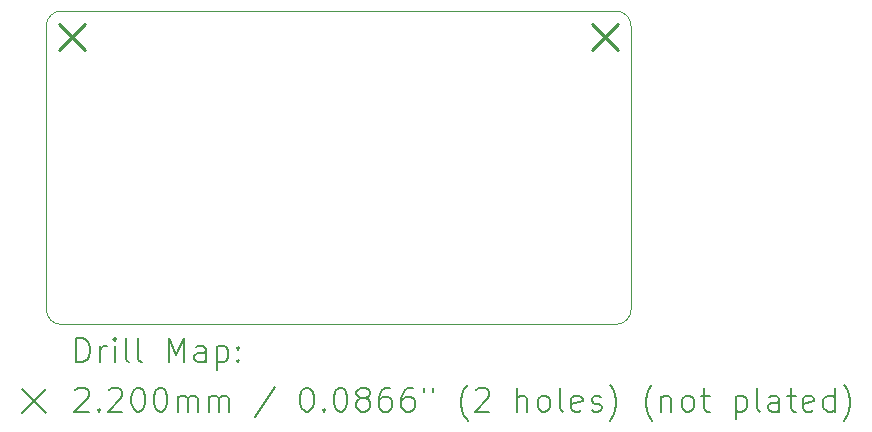
<source format=gbr>
%TF.GenerationSoftware,KiCad,Pcbnew,7.0.5*%
%TF.CreationDate,2024-08-04T18:57:08+08:00*%
%TF.ProjectId,TPS,5450532e-6b69-4636-9164-5f7063625858,rev?*%
%TF.SameCoordinates,Original*%
%TF.FileFunction,Drillmap*%
%TF.FilePolarity,Positive*%
%FSLAX45Y45*%
G04 Gerber Fmt 4.5, Leading zero omitted, Abs format (unit mm)*
G04 Created by KiCad (PCBNEW 7.0.5) date 2024-08-04 18:57:08*
%MOMM*%
%LPD*%
G01*
G04 APERTURE LIST*
%ADD10C,0.120000*%
%ADD11C,0.200000*%
%ADD12C,0.220000*%
G04 APERTURE END LIST*
D10*
X8670500Y-2900000D02*
X3973100Y-2900000D01*
X3846100Y-5426600D02*
G75*
G03*
X3973100Y-5553600I127000J0D01*
G01*
X3973100Y-2900000D02*
G75*
G03*
X3846100Y-3027000I0J-127000D01*
G01*
X8797500Y-5426600D02*
X8797500Y-3027000D01*
X8670500Y-5553600D02*
X3973100Y-5553600D01*
X3846100Y-3027000D02*
X3846100Y-5426600D01*
X8670500Y-5553600D02*
G75*
G03*
X8797500Y-5426600I0J127000D01*
G01*
X8797500Y-3027000D02*
G75*
G03*
X8670500Y-2900000I-127000J0D01*
G01*
D11*
D12*
X3956100Y-3010000D02*
X4176100Y-3230000D01*
X4176100Y-3010000D02*
X3956100Y-3230000D01*
X8467500Y-3010000D02*
X8687500Y-3230000D01*
X8687500Y-3010000D02*
X8467500Y-3230000D01*
D11*
X4100877Y-5871084D02*
X4100877Y-5671084D01*
X4100877Y-5671084D02*
X4148496Y-5671084D01*
X4148496Y-5671084D02*
X4177067Y-5680608D01*
X4177067Y-5680608D02*
X4196115Y-5699655D01*
X4196115Y-5699655D02*
X4205639Y-5718703D01*
X4205639Y-5718703D02*
X4215163Y-5756798D01*
X4215163Y-5756798D02*
X4215163Y-5785369D01*
X4215163Y-5785369D02*
X4205639Y-5823465D01*
X4205639Y-5823465D02*
X4196115Y-5842512D01*
X4196115Y-5842512D02*
X4177067Y-5861560D01*
X4177067Y-5861560D02*
X4148496Y-5871084D01*
X4148496Y-5871084D02*
X4100877Y-5871084D01*
X4300877Y-5871084D02*
X4300877Y-5737750D01*
X4300877Y-5775846D02*
X4310401Y-5756798D01*
X4310401Y-5756798D02*
X4319924Y-5747274D01*
X4319924Y-5747274D02*
X4338972Y-5737750D01*
X4338972Y-5737750D02*
X4358020Y-5737750D01*
X4424686Y-5871084D02*
X4424686Y-5737750D01*
X4424686Y-5671084D02*
X4415163Y-5680608D01*
X4415163Y-5680608D02*
X4424686Y-5690131D01*
X4424686Y-5690131D02*
X4434210Y-5680608D01*
X4434210Y-5680608D02*
X4424686Y-5671084D01*
X4424686Y-5671084D02*
X4424686Y-5690131D01*
X4548496Y-5871084D02*
X4529448Y-5861560D01*
X4529448Y-5861560D02*
X4519924Y-5842512D01*
X4519924Y-5842512D02*
X4519924Y-5671084D01*
X4653258Y-5871084D02*
X4634210Y-5861560D01*
X4634210Y-5861560D02*
X4624686Y-5842512D01*
X4624686Y-5842512D02*
X4624686Y-5671084D01*
X4881829Y-5871084D02*
X4881829Y-5671084D01*
X4881829Y-5671084D02*
X4948496Y-5813941D01*
X4948496Y-5813941D02*
X5015163Y-5671084D01*
X5015163Y-5671084D02*
X5015163Y-5871084D01*
X5196115Y-5871084D02*
X5196115Y-5766322D01*
X5196115Y-5766322D02*
X5186591Y-5747274D01*
X5186591Y-5747274D02*
X5167544Y-5737750D01*
X5167544Y-5737750D02*
X5129448Y-5737750D01*
X5129448Y-5737750D02*
X5110401Y-5747274D01*
X5196115Y-5861560D02*
X5177067Y-5871084D01*
X5177067Y-5871084D02*
X5129448Y-5871084D01*
X5129448Y-5871084D02*
X5110401Y-5861560D01*
X5110401Y-5861560D02*
X5100877Y-5842512D01*
X5100877Y-5842512D02*
X5100877Y-5823465D01*
X5100877Y-5823465D02*
X5110401Y-5804417D01*
X5110401Y-5804417D02*
X5129448Y-5794893D01*
X5129448Y-5794893D02*
X5177067Y-5794893D01*
X5177067Y-5794893D02*
X5196115Y-5785369D01*
X5291353Y-5737750D02*
X5291353Y-5937750D01*
X5291353Y-5747274D02*
X5310401Y-5737750D01*
X5310401Y-5737750D02*
X5348496Y-5737750D01*
X5348496Y-5737750D02*
X5367544Y-5747274D01*
X5367544Y-5747274D02*
X5377067Y-5756798D01*
X5377067Y-5756798D02*
X5386591Y-5775846D01*
X5386591Y-5775846D02*
X5386591Y-5832988D01*
X5386591Y-5832988D02*
X5377067Y-5852036D01*
X5377067Y-5852036D02*
X5367544Y-5861560D01*
X5367544Y-5861560D02*
X5348496Y-5871084D01*
X5348496Y-5871084D02*
X5310401Y-5871084D01*
X5310401Y-5871084D02*
X5291353Y-5861560D01*
X5472305Y-5852036D02*
X5481829Y-5861560D01*
X5481829Y-5861560D02*
X5472305Y-5871084D01*
X5472305Y-5871084D02*
X5462782Y-5861560D01*
X5462782Y-5861560D02*
X5472305Y-5852036D01*
X5472305Y-5852036D02*
X5472305Y-5871084D01*
X5472305Y-5747274D02*
X5481829Y-5756798D01*
X5481829Y-5756798D02*
X5472305Y-5766322D01*
X5472305Y-5766322D02*
X5462782Y-5756798D01*
X5462782Y-5756798D02*
X5472305Y-5747274D01*
X5472305Y-5747274D02*
X5472305Y-5766322D01*
X3640100Y-6099600D02*
X3840100Y-6299600D01*
X3840100Y-6099600D02*
X3640100Y-6299600D01*
X4091353Y-6110131D02*
X4100877Y-6100608D01*
X4100877Y-6100608D02*
X4119924Y-6091084D01*
X4119924Y-6091084D02*
X4167543Y-6091084D01*
X4167543Y-6091084D02*
X4186591Y-6100608D01*
X4186591Y-6100608D02*
X4196115Y-6110131D01*
X4196115Y-6110131D02*
X4205639Y-6129179D01*
X4205639Y-6129179D02*
X4205639Y-6148227D01*
X4205639Y-6148227D02*
X4196115Y-6176798D01*
X4196115Y-6176798D02*
X4081829Y-6291084D01*
X4081829Y-6291084D02*
X4205639Y-6291084D01*
X4291353Y-6272036D02*
X4300877Y-6281560D01*
X4300877Y-6281560D02*
X4291353Y-6291084D01*
X4291353Y-6291084D02*
X4281829Y-6281560D01*
X4281829Y-6281560D02*
X4291353Y-6272036D01*
X4291353Y-6272036D02*
X4291353Y-6291084D01*
X4377067Y-6110131D02*
X4386591Y-6100608D01*
X4386591Y-6100608D02*
X4405639Y-6091084D01*
X4405639Y-6091084D02*
X4453258Y-6091084D01*
X4453258Y-6091084D02*
X4472305Y-6100608D01*
X4472305Y-6100608D02*
X4481829Y-6110131D01*
X4481829Y-6110131D02*
X4491353Y-6129179D01*
X4491353Y-6129179D02*
X4491353Y-6148227D01*
X4491353Y-6148227D02*
X4481829Y-6176798D01*
X4481829Y-6176798D02*
X4367544Y-6291084D01*
X4367544Y-6291084D02*
X4491353Y-6291084D01*
X4615163Y-6091084D02*
X4634210Y-6091084D01*
X4634210Y-6091084D02*
X4653258Y-6100608D01*
X4653258Y-6100608D02*
X4662782Y-6110131D01*
X4662782Y-6110131D02*
X4672305Y-6129179D01*
X4672305Y-6129179D02*
X4681829Y-6167274D01*
X4681829Y-6167274D02*
X4681829Y-6214893D01*
X4681829Y-6214893D02*
X4672305Y-6252988D01*
X4672305Y-6252988D02*
X4662782Y-6272036D01*
X4662782Y-6272036D02*
X4653258Y-6281560D01*
X4653258Y-6281560D02*
X4634210Y-6291084D01*
X4634210Y-6291084D02*
X4615163Y-6291084D01*
X4615163Y-6291084D02*
X4596115Y-6281560D01*
X4596115Y-6281560D02*
X4586591Y-6272036D01*
X4586591Y-6272036D02*
X4577067Y-6252988D01*
X4577067Y-6252988D02*
X4567544Y-6214893D01*
X4567544Y-6214893D02*
X4567544Y-6167274D01*
X4567544Y-6167274D02*
X4577067Y-6129179D01*
X4577067Y-6129179D02*
X4586591Y-6110131D01*
X4586591Y-6110131D02*
X4596115Y-6100608D01*
X4596115Y-6100608D02*
X4615163Y-6091084D01*
X4805639Y-6091084D02*
X4824686Y-6091084D01*
X4824686Y-6091084D02*
X4843734Y-6100608D01*
X4843734Y-6100608D02*
X4853258Y-6110131D01*
X4853258Y-6110131D02*
X4862782Y-6129179D01*
X4862782Y-6129179D02*
X4872305Y-6167274D01*
X4872305Y-6167274D02*
X4872305Y-6214893D01*
X4872305Y-6214893D02*
X4862782Y-6252988D01*
X4862782Y-6252988D02*
X4853258Y-6272036D01*
X4853258Y-6272036D02*
X4843734Y-6281560D01*
X4843734Y-6281560D02*
X4824686Y-6291084D01*
X4824686Y-6291084D02*
X4805639Y-6291084D01*
X4805639Y-6291084D02*
X4786591Y-6281560D01*
X4786591Y-6281560D02*
X4777067Y-6272036D01*
X4777067Y-6272036D02*
X4767544Y-6252988D01*
X4767544Y-6252988D02*
X4758020Y-6214893D01*
X4758020Y-6214893D02*
X4758020Y-6167274D01*
X4758020Y-6167274D02*
X4767544Y-6129179D01*
X4767544Y-6129179D02*
X4777067Y-6110131D01*
X4777067Y-6110131D02*
X4786591Y-6100608D01*
X4786591Y-6100608D02*
X4805639Y-6091084D01*
X4958020Y-6291084D02*
X4958020Y-6157750D01*
X4958020Y-6176798D02*
X4967544Y-6167274D01*
X4967544Y-6167274D02*
X4986591Y-6157750D01*
X4986591Y-6157750D02*
X5015163Y-6157750D01*
X5015163Y-6157750D02*
X5034210Y-6167274D01*
X5034210Y-6167274D02*
X5043734Y-6186322D01*
X5043734Y-6186322D02*
X5043734Y-6291084D01*
X5043734Y-6186322D02*
X5053258Y-6167274D01*
X5053258Y-6167274D02*
X5072305Y-6157750D01*
X5072305Y-6157750D02*
X5100877Y-6157750D01*
X5100877Y-6157750D02*
X5119925Y-6167274D01*
X5119925Y-6167274D02*
X5129448Y-6186322D01*
X5129448Y-6186322D02*
X5129448Y-6291084D01*
X5224686Y-6291084D02*
X5224686Y-6157750D01*
X5224686Y-6176798D02*
X5234210Y-6167274D01*
X5234210Y-6167274D02*
X5253258Y-6157750D01*
X5253258Y-6157750D02*
X5281829Y-6157750D01*
X5281829Y-6157750D02*
X5300877Y-6167274D01*
X5300877Y-6167274D02*
X5310401Y-6186322D01*
X5310401Y-6186322D02*
X5310401Y-6291084D01*
X5310401Y-6186322D02*
X5319925Y-6167274D01*
X5319925Y-6167274D02*
X5338972Y-6157750D01*
X5338972Y-6157750D02*
X5367544Y-6157750D01*
X5367544Y-6157750D02*
X5386591Y-6167274D01*
X5386591Y-6167274D02*
X5396115Y-6186322D01*
X5396115Y-6186322D02*
X5396115Y-6291084D01*
X5786591Y-6081560D02*
X5615163Y-6338703D01*
X6043734Y-6091084D02*
X6062782Y-6091084D01*
X6062782Y-6091084D02*
X6081829Y-6100608D01*
X6081829Y-6100608D02*
X6091353Y-6110131D01*
X6091353Y-6110131D02*
X6100877Y-6129179D01*
X6100877Y-6129179D02*
X6110401Y-6167274D01*
X6110401Y-6167274D02*
X6110401Y-6214893D01*
X6110401Y-6214893D02*
X6100877Y-6252988D01*
X6100877Y-6252988D02*
X6091353Y-6272036D01*
X6091353Y-6272036D02*
X6081829Y-6281560D01*
X6081829Y-6281560D02*
X6062782Y-6291084D01*
X6062782Y-6291084D02*
X6043734Y-6291084D01*
X6043734Y-6291084D02*
X6024686Y-6281560D01*
X6024686Y-6281560D02*
X6015163Y-6272036D01*
X6015163Y-6272036D02*
X6005639Y-6252988D01*
X6005639Y-6252988D02*
X5996115Y-6214893D01*
X5996115Y-6214893D02*
X5996115Y-6167274D01*
X5996115Y-6167274D02*
X6005639Y-6129179D01*
X6005639Y-6129179D02*
X6015163Y-6110131D01*
X6015163Y-6110131D02*
X6024686Y-6100608D01*
X6024686Y-6100608D02*
X6043734Y-6091084D01*
X6196115Y-6272036D02*
X6205639Y-6281560D01*
X6205639Y-6281560D02*
X6196115Y-6291084D01*
X6196115Y-6291084D02*
X6186591Y-6281560D01*
X6186591Y-6281560D02*
X6196115Y-6272036D01*
X6196115Y-6272036D02*
X6196115Y-6291084D01*
X6329448Y-6091084D02*
X6348496Y-6091084D01*
X6348496Y-6091084D02*
X6367544Y-6100608D01*
X6367544Y-6100608D02*
X6377067Y-6110131D01*
X6377067Y-6110131D02*
X6386591Y-6129179D01*
X6386591Y-6129179D02*
X6396115Y-6167274D01*
X6396115Y-6167274D02*
X6396115Y-6214893D01*
X6396115Y-6214893D02*
X6386591Y-6252988D01*
X6386591Y-6252988D02*
X6377067Y-6272036D01*
X6377067Y-6272036D02*
X6367544Y-6281560D01*
X6367544Y-6281560D02*
X6348496Y-6291084D01*
X6348496Y-6291084D02*
X6329448Y-6291084D01*
X6329448Y-6291084D02*
X6310401Y-6281560D01*
X6310401Y-6281560D02*
X6300877Y-6272036D01*
X6300877Y-6272036D02*
X6291353Y-6252988D01*
X6291353Y-6252988D02*
X6281829Y-6214893D01*
X6281829Y-6214893D02*
X6281829Y-6167274D01*
X6281829Y-6167274D02*
X6291353Y-6129179D01*
X6291353Y-6129179D02*
X6300877Y-6110131D01*
X6300877Y-6110131D02*
X6310401Y-6100608D01*
X6310401Y-6100608D02*
X6329448Y-6091084D01*
X6510401Y-6176798D02*
X6491353Y-6167274D01*
X6491353Y-6167274D02*
X6481829Y-6157750D01*
X6481829Y-6157750D02*
X6472306Y-6138703D01*
X6472306Y-6138703D02*
X6472306Y-6129179D01*
X6472306Y-6129179D02*
X6481829Y-6110131D01*
X6481829Y-6110131D02*
X6491353Y-6100608D01*
X6491353Y-6100608D02*
X6510401Y-6091084D01*
X6510401Y-6091084D02*
X6548496Y-6091084D01*
X6548496Y-6091084D02*
X6567544Y-6100608D01*
X6567544Y-6100608D02*
X6577067Y-6110131D01*
X6577067Y-6110131D02*
X6586591Y-6129179D01*
X6586591Y-6129179D02*
X6586591Y-6138703D01*
X6586591Y-6138703D02*
X6577067Y-6157750D01*
X6577067Y-6157750D02*
X6567544Y-6167274D01*
X6567544Y-6167274D02*
X6548496Y-6176798D01*
X6548496Y-6176798D02*
X6510401Y-6176798D01*
X6510401Y-6176798D02*
X6491353Y-6186322D01*
X6491353Y-6186322D02*
X6481829Y-6195846D01*
X6481829Y-6195846D02*
X6472306Y-6214893D01*
X6472306Y-6214893D02*
X6472306Y-6252988D01*
X6472306Y-6252988D02*
X6481829Y-6272036D01*
X6481829Y-6272036D02*
X6491353Y-6281560D01*
X6491353Y-6281560D02*
X6510401Y-6291084D01*
X6510401Y-6291084D02*
X6548496Y-6291084D01*
X6548496Y-6291084D02*
X6567544Y-6281560D01*
X6567544Y-6281560D02*
X6577067Y-6272036D01*
X6577067Y-6272036D02*
X6586591Y-6252988D01*
X6586591Y-6252988D02*
X6586591Y-6214893D01*
X6586591Y-6214893D02*
X6577067Y-6195846D01*
X6577067Y-6195846D02*
X6567544Y-6186322D01*
X6567544Y-6186322D02*
X6548496Y-6176798D01*
X6758020Y-6091084D02*
X6719925Y-6091084D01*
X6719925Y-6091084D02*
X6700877Y-6100608D01*
X6700877Y-6100608D02*
X6691353Y-6110131D01*
X6691353Y-6110131D02*
X6672306Y-6138703D01*
X6672306Y-6138703D02*
X6662782Y-6176798D01*
X6662782Y-6176798D02*
X6662782Y-6252988D01*
X6662782Y-6252988D02*
X6672306Y-6272036D01*
X6672306Y-6272036D02*
X6681829Y-6281560D01*
X6681829Y-6281560D02*
X6700877Y-6291084D01*
X6700877Y-6291084D02*
X6738972Y-6291084D01*
X6738972Y-6291084D02*
X6758020Y-6281560D01*
X6758020Y-6281560D02*
X6767544Y-6272036D01*
X6767544Y-6272036D02*
X6777067Y-6252988D01*
X6777067Y-6252988D02*
X6777067Y-6205369D01*
X6777067Y-6205369D02*
X6767544Y-6186322D01*
X6767544Y-6186322D02*
X6758020Y-6176798D01*
X6758020Y-6176798D02*
X6738972Y-6167274D01*
X6738972Y-6167274D02*
X6700877Y-6167274D01*
X6700877Y-6167274D02*
X6681829Y-6176798D01*
X6681829Y-6176798D02*
X6672306Y-6186322D01*
X6672306Y-6186322D02*
X6662782Y-6205369D01*
X6948496Y-6091084D02*
X6910401Y-6091084D01*
X6910401Y-6091084D02*
X6891353Y-6100608D01*
X6891353Y-6100608D02*
X6881829Y-6110131D01*
X6881829Y-6110131D02*
X6862782Y-6138703D01*
X6862782Y-6138703D02*
X6853258Y-6176798D01*
X6853258Y-6176798D02*
X6853258Y-6252988D01*
X6853258Y-6252988D02*
X6862782Y-6272036D01*
X6862782Y-6272036D02*
X6872306Y-6281560D01*
X6872306Y-6281560D02*
X6891353Y-6291084D01*
X6891353Y-6291084D02*
X6929448Y-6291084D01*
X6929448Y-6291084D02*
X6948496Y-6281560D01*
X6948496Y-6281560D02*
X6958020Y-6272036D01*
X6958020Y-6272036D02*
X6967544Y-6252988D01*
X6967544Y-6252988D02*
X6967544Y-6205369D01*
X6967544Y-6205369D02*
X6958020Y-6186322D01*
X6958020Y-6186322D02*
X6948496Y-6176798D01*
X6948496Y-6176798D02*
X6929448Y-6167274D01*
X6929448Y-6167274D02*
X6891353Y-6167274D01*
X6891353Y-6167274D02*
X6872306Y-6176798D01*
X6872306Y-6176798D02*
X6862782Y-6186322D01*
X6862782Y-6186322D02*
X6853258Y-6205369D01*
X7043734Y-6091084D02*
X7043734Y-6129179D01*
X7119925Y-6091084D02*
X7119925Y-6129179D01*
X7415163Y-6367274D02*
X7405639Y-6357750D01*
X7405639Y-6357750D02*
X7386591Y-6329179D01*
X7386591Y-6329179D02*
X7377068Y-6310131D01*
X7377068Y-6310131D02*
X7367544Y-6281560D01*
X7367544Y-6281560D02*
X7358020Y-6233941D01*
X7358020Y-6233941D02*
X7358020Y-6195846D01*
X7358020Y-6195846D02*
X7367544Y-6148227D01*
X7367544Y-6148227D02*
X7377068Y-6119655D01*
X7377068Y-6119655D02*
X7386591Y-6100608D01*
X7386591Y-6100608D02*
X7405639Y-6072036D01*
X7405639Y-6072036D02*
X7415163Y-6062512D01*
X7481829Y-6110131D02*
X7491353Y-6100608D01*
X7491353Y-6100608D02*
X7510401Y-6091084D01*
X7510401Y-6091084D02*
X7558020Y-6091084D01*
X7558020Y-6091084D02*
X7577068Y-6100608D01*
X7577068Y-6100608D02*
X7586591Y-6110131D01*
X7586591Y-6110131D02*
X7596115Y-6129179D01*
X7596115Y-6129179D02*
X7596115Y-6148227D01*
X7596115Y-6148227D02*
X7586591Y-6176798D01*
X7586591Y-6176798D02*
X7472306Y-6291084D01*
X7472306Y-6291084D02*
X7596115Y-6291084D01*
X7834210Y-6291084D02*
X7834210Y-6091084D01*
X7919925Y-6291084D02*
X7919925Y-6186322D01*
X7919925Y-6186322D02*
X7910401Y-6167274D01*
X7910401Y-6167274D02*
X7891353Y-6157750D01*
X7891353Y-6157750D02*
X7862782Y-6157750D01*
X7862782Y-6157750D02*
X7843734Y-6167274D01*
X7843734Y-6167274D02*
X7834210Y-6176798D01*
X8043734Y-6291084D02*
X8024687Y-6281560D01*
X8024687Y-6281560D02*
X8015163Y-6272036D01*
X8015163Y-6272036D02*
X8005639Y-6252988D01*
X8005639Y-6252988D02*
X8005639Y-6195846D01*
X8005639Y-6195846D02*
X8015163Y-6176798D01*
X8015163Y-6176798D02*
X8024687Y-6167274D01*
X8024687Y-6167274D02*
X8043734Y-6157750D01*
X8043734Y-6157750D02*
X8072306Y-6157750D01*
X8072306Y-6157750D02*
X8091353Y-6167274D01*
X8091353Y-6167274D02*
X8100877Y-6176798D01*
X8100877Y-6176798D02*
X8110401Y-6195846D01*
X8110401Y-6195846D02*
X8110401Y-6252988D01*
X8110401Y-6252988D02*
X8100877Y-6272036D01*
X8100877Y-6272036D02*
X8091353Y-6281560D01*
X8091353Y-6281560D02*
X8072306Y-6291084D01*
X8072306Y-6291084D02*
X8043734Y-6291084D01*
X8224687Y-6291084D02*
X8205639Y-6281560D01*
X8205639Y-6281560D02*
X8196115Y-6262512D01*
X8196115Y-6262512D02*
X8196115Y-6091084D01*
X8377068Y-6281560D02*
X8358020Y-6291084D01*
X8358020Y-6291084D02*
X8319925Y-6291084D01*
X8319925Y-6291084D02*
X8300877Y-6281560D01*
X8300877Y-6281560D02*
X8291353Y-6262512D01*
X8291353Y-6262512D02*
X8291353Y-6186322D01*
X8291353Y-6186322D02*
X8300877Y-6167274D01*
X8300877Y-6167274D02*
X8319925Y-6157750D01*
X8319925Y-6157750D02*
X8358020Y-6157750D01*
X8358020Y-6157750D02*
X8377068Y-6167274D01*
X8377068Y-6167274D02*
X8386591Y-6186322D01*
X8386591Y-6186322D02*
X8386591Y-6205369D01*
X8386591Y-6205369D02*
X8291353Y-6224417D01*
X8462782Y-6281560D02*
X8481830Y-6291084D01*
X8481830Y-6291084D02*
X8519925Y-6291084D01*
X8519925Y-6291084D02*
X8538973Y-6281560D01*
X8538973Y-6281560D02*
X8548496Y-6262512D01*
X8548496Y-6262512D02*
X8548496Y-6252988D01*
X8548496Y-6252988D02*
X8538973Y-6233941D01*
X8538973Y-6233941D02*
X8519925Y-6224417D01*
X8519925Y-6224417D02*
X8491353Y-6224417D01*
X8491353Y-6224417D02*
X8472306Y-6214893D01*
X8472306Y-6214893D02*
X8462782Y-6195846D01*
X8462782Y-6195846D02*
X8462782Y-6186322D01*
X8462782Y-6186322D02*
X8472306Y-6167274D01*
X8472306Y-6167274D02*
X8491353Y-6157750D01*
X8491353Y-6157750D02*
X8519925Y-6157750D01*
X8519925Y-6157750D02*
X8538973Y-6167274D01*
X8615163Y-6367274D02*
X8624687Y-6357750D01*
X8624687Y-6357750D02*
X8643734Y-6329179D01*
X8643734Y-6329179D02*
X8653258Y-6310131D01*
X8653258Y-6310131D02*
X8662782Y-6281560D01*
X8662782Y-6281560D02*
X8672306Y-6233941D01*
X8672306Y-6233941D02*
X8672306Y-6195846D01*
X8672306Y-6195846D02*
X8662782Y-6148227D01*
X8662782Y-6148227D02*
X8653258Y-6119655D01*
X8653258Y-6119655D02*
X8643734Y-6100608D01*
X8643734Y-6100608D02*
X8624687Y-6072036D01*
X8624687Y-6072036D02*
X8615163Y-6062512D01*
X8977068Y-6367274D02*
X8967544Y-6357750D01*
X8967544Y-6357750D02*
X8948496Y-6329179D01*
X8948496Y-6329179D02*
X8938973Y-6310131D01*
X8938973Y-6310131D02*
X8929449Y-6281560D01*
X8929449Y-6281560D02*
X8919925Y-6233941D01*
X8919925Y-6233941D02*
X8919925Y-6195846D01*
X8919925Y-6195846D02*
X8929449Y-6148227D01*
X8929449Y-6148227D02*
X8938973Y-6119655D01*
X8938973Y-6119655D02*
X8948496Y-6100608D01*
X8948496Y-6100608D02*
X8967544Y-6072036D01*
X8967544Y-6072036D02*
X8977068Y-6062512D01*
X9053258Y-6157750D02*
X9053258Y-6291084D01*
X9053258Y-6176798D02*
X9062782Y-6167274D01*
X9062782Y-6167274D02*
X9081830Y-6157750D01*
X9081830Y-6157750D02*
X9110401Y-6157750D01*
X9110401Y-6157750D02*
X9129449Y-6167274D01*
X9129449Y-6167274D02*
X9138973Y-6186322D01*
X9138973Y-6186322D02*
X9138973Y-6291084D01*
X9262782Y-6291084D02*
X9243734Y-6281560D01*
X9243734Y-6281560D02*
X9234211Y-6272036D01*
X9234211Y-6272036D02*
X9224687Y-6252988D01*
X9224687Y-6252988D02*
X9224687Y-6195846D01*
X9224687Y-6195846D02*
X9234211Y-6176798D01*
X9234211Y-6176798D02*
X9243734Y-6167274D01*
X9243734Y-6167274D02*
X9262782Y-6157750D01*
X9262782Y-6157750D02*
X9291354Y-6157750D01*
X9291354Y-6157750D02*
X9310401Y-6167274D01*
X9310401Y-6167274D02*
X9319925Y-6176798D01*
X9319925Y-6176798D02*
X9329449Y-6195846D01*
X9329449Y-6195846D02*
X9329449Y-6252988D01*
X9329449Y-6252988D02*
X9319925Y-6272036D01*
X9319925Y-6272036D02*
X9310401Y-6281560D01*
X9310401Y-6281560D02*
X9291354Y-6291084D01*
X9291354Y-6291084D02*
X9262782Y-6291084D01*
X9386592Y-6157750D02*
X9462782Y-6157750D01*
X9415163Y-6091084D02*
X9415163Y-6262512D01*
X9415163Y-6262512D02*
X9424687Y-6281560D01*
X9424687Y-6281560D02*
X9443734Y-6291084D01*
X9443734Y-6291084D02*
X9462782Y-6291084D01*
X9681830Y-6157750D02*
X9681830Y-6357750D01*
X9681830Y-6167274D02*
X9700877Y-6157750D01*
X9700877Y-6157750D02*
X9738973Y-6157750D01*
X9738973Y-6157750D02*
X9758020Y-6167274D01*
X9758020Y-6167274D02*
X9767544Y-6176798D01*
X9767544Y-6176798D02*
X9777068Y-6195846D01*
X9777068Y-6195846D02*
X9777068Y-6252988D01*
X9777068Y-6252988D02*
X9767544Y-6272036D01*
X9767544Y-6272036D02*
X9758020Y-6281560D01*
X9758020Y-6281560D02*
X9738973Y-6291084D01*
X9738973Y-6291084D02*
X9700877Y-6291084D01*
X9700877Y-6291084D02*
X9681830Y-6281560D01*
X9891354Y-6291084D02*
X9872306Y-6281560D01*
X9872306Y-6281560D02*
X9862782Y-6262512D01*
X9862782Y-6262512D02*
X9862782Y-6091084D01*
X10053258Y-6291084D02*
X10053258Y-6186322D01*
X10053258Y-6186322D02*
X10043735Y-6167274D01*
X10043735Y-6167274D02*
X10024687Y-6157750D01*
X10024687Y-6157750D02*
X9986592Y-6157750D01*
X9986592Y-6157750D02*
X9967544Y-6167274D01*
X10053258Y-6281560D02*
X10034211Y-6291084D01*
X10034211Y-6291084D02*
X9986592Y-6291084D01*
X9986592Y-6291084D02*
X9967544Y-6281560D01*
X9967544Y-6281560D02*
X9958020Y-6262512D01*
X9958020Y-6262512D02*
X9958020Y-6243465D01*
X9958020Y-6243465D02*
X9967544Y-6224417D01*
X9967544Y-6224417D02*
X9986592Y-6214893D01*
X9986592Y-6214893D02*
X10034211Y-6214893D01*
X10034211Y-6214893D02*
X10053258Y-6205369D01*
X10119925Y-6157750D02*
X10196115Y-6157750D01*
X10148496Y-6091084D02*
X10148496Y-6262512D01*
X10148496Y-6262512D02*
X10158020Y-6281560D01*
X10158020Y-6281560D02*
X10177068Y-6291084D01*
X10177068Y-6291084D02*
X10196115Y-6291084D01*
X10338973Y-6281560D02*
X10319925Y-6291084D01*
X10319925Y-6291084D02*
X10281830Y-6291084D01*
X10281830Y-6291084D02*
X10262782Y-6281560D01*
X10262782Y-6281560D02*
X10253258Y-6262512D01*
X10253258Y-6262512D02*
X10253258Y-6186322D01*
X10253258Y-6186322D02*
X10262782Y-6167274D01*
X10262782Y-6167274D02*
X10281830Y-6157750D01*
X10281830Y-6157750D02*
X10319925Y-6157750D01*
X10319925Y-6157750D02*
X10338973Y-6167274D01*
X10338973Y-6167274D02*
X10348496Y-6186322D01*
X10348496Y-6186322D02*
X10348496Y-6205369D01*
X10348496Y-6205369D02*
X10253258Y-6224417D01*
X10519925Y-6291084D02*
X10519925Y-6091084D01*
X10519925Y-6281560D02*
X10500877Y-6291084D01*
X10500877Y-6291084D02*
X10462782Y-6291084D01*
X10462782Y-6291084D02*
X10443735Y-6281560D01*
X10443735Y-6281560D02*
X10434211Y-6272036D01*
X10434211Y-6272036D02*
X10424687Y-6252988D01*
X10424687Y-6252988D02*
X10424687Y-6195846D01*
X10424687Y-6195846D02*
X10434211Y-6176798D01*
X10434211Y-6176798D02*
X10443735Y-6167274D01*
X10443735Y-6167274D02*
X10462782Y-6157750D01*
X10462782Y-6157750D02*
X10500877Y-6157750D01*
X10500877Y-6157750D02*
X10519925Y-6167274D01*
X10596116Y-6367274D02*
X10605639Y-6357750D01*
X10605639Y-6357750D02*
X10624687Y-6329179D01*
X10624687Y-6329179D02*
X10634211Y-6310131D01*
X10634211Y-6310131D02*
X10643735Y-6281560D01*
X10643735Y-6281560D02*
X10653258Y-6233941D01*
X10653258Y-6233941D02*
X10653258Y-6195846D01*
X10653258Y-6195846D02*
X10643735Y-6148227D01*
X10643735Y-6148227D02*
X10634211Y-6119655D01*
X10634211Y-6119655D02*
X10624687Y-6100608D01*
X10624687Y-6100608D02*
X10605639Y-6072036D01*
X10605639Y-6072036D02*
X10596116Y-6062512D01*
M02*

</source>
